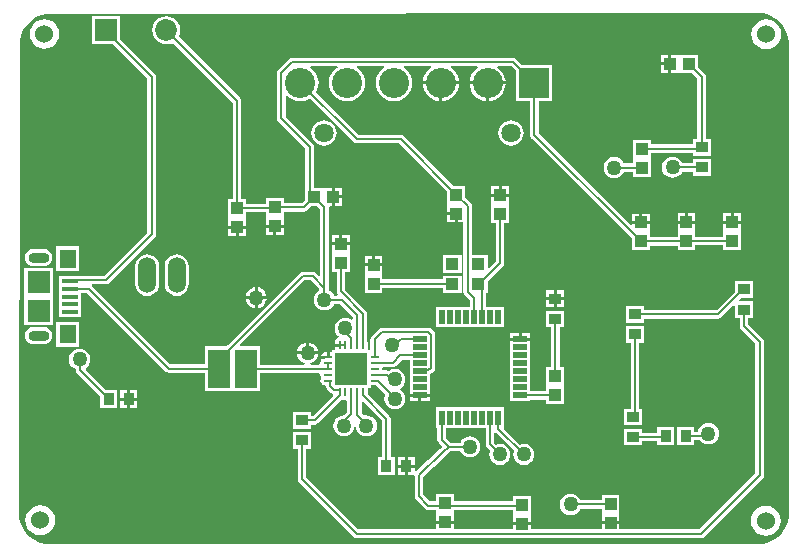
<source format=gtl>
G04*
G04 #@! TF.GenerationSoftware,Altium Limited,Altium Designer,19.1.5 (86)*
G04*
G04 Layer_Physical_Order=1*
G04 Layer_Color=255*
%FSLAX25Y25*%
%MOIN*%
G70*
G01*
G75*
%ADD15R,0.07284X0.12992*%
%ADD16R,0.03937X0.03937*%
%ADD17R,0.03937X0.03937*%
%ADD18R,0.03937X0.03543*%
%ADD19R,0.03543X0.03937*%
%ADD20R,0.10827X0.10827*%
%ADD21O,0.03150X0.00984*%
%ADD22O,0.00984X0.03150*%
%ADD23R,0.07480X0.07480*%
%ADD24R,0.05512X0.06299*%
%ADD25R,0.05315X0.01575*%
%ADD26R,0.04724X0.01968*%
%ADD27R,0.01968X0.04724*%
%ADD28R,0.04331X0.03858*%
%ADD53C,0.00800*%
%ADD54O,0.05937X0.11874*%
%ADD55C,0.06417*%
%ADD56R,0.10039X0.10039*%
%ADD57C,0.10039*%
%ADD58R,0.07284X0.07284*%
%ADD59C,0.07284*%
%ADD60O,0.07087X0.03543*%
%ADD61C,0.01968*%
%ADD62C,0.06000*%
%ADD63C,0.05000*%
G36*
X247656Y177059D02*
X248993Y176728D01*
X250274Y176226D01*
X251479Y175560D01*
X252587Y174743D01*
X253579Y173789D01*
X254438Y172713D01*
X255149Y171534D01*
X255700Y170272D01*
X256081Y168949D01*
X256287Y167588D01*
X256300Y166900D01*
X256300Y166900D01*
X256300Y166900D01*
X256300Y10300D01*
X256300Y9315D01*
X255916Y7383D01*
X255162Y5563D01*
X254067Y3925D01*
X252675Y2533D01*
X251037Y1438D01*
X249217Y684D01*
X247285Y300D01*
X246300Y300D01*
X9800D01*
X8815Y300D01*
X6883Y684D01*
X5063Y1438D01*
X3425Y2533D01*
X2032Y3925D01*
X938Y5563D01*
X184Y7383D01*
X-200Y9315D01*
X-200Y10300D01*
Y27200D01*
X0Y134900D01*
Y166900D01*
X-0Y167885D01*
X384Y169817D01*
X1138Y171637D01*
X2232Y173275D01*
X3625Y174668D01*
X5263Y175762D01*
X7083Y176516D01*
X9015Y176900D01*
X10000Y176900D01*
X10000Y176900D01*
X245600Y177200D01*
X246288Y177213D01*
X247656Y177059D01*
D02*
G37*
%LPC*%
G36*
X8200Y175180D02*
X6911Y175010D01*
X5710Y174513D01*
X4679Y173721D01*
X3887Y172690D01*
X3390Y171489D01*
X3220Y170200D01*
X3390Y168911D01*
X3887Y167710D01*
X4679Y166679D01*
X5710Y165887D01*
X6911Y165390D01*
X8200Y165220D01*
X9489Y165390D01*
X10690Y165887D01*
X11721Y166679D01*
X12513Y167710D01*
X13010Y168911D01*
X13180Y170200D01*
X13010Y171489D01*
X12513Y172690D01*
X11721Y173721D01*
X10690Y174513D01*
X9489Y175010D01*
X8200Y175180D01*
D02*
G37*
G36*
X248800Y175080D02*
X247511Y174910D01*
X246310Y174413D01*
X245279Y173621D01*
X244488Y172590D01*
X243990Y171389D01*
X243820Y170100D01*
X243990Y168811D01*
X244488Y167610D01*
X245279Y166579D01*
X246310Y165787D01*
X247511Y165290D01*
X248800Y165120D01*
X250089Y165290D01*
X251290Y165787D01*
X252321Y166579D01*
X253113Y167610D01*
X253610Y168811D01*
X253780Y170100D01*
X253610Y171389D01*
X253113Y172590D01*
X252321Y173621D01*
X251290Y174413D01*
X250089Y174910D01*
X248800Y175080D01*
D02*
G37*
G36*
X216150Y163268D02*
X213682D01*
Y160800D01*
X216150D01*
Y163268D01*
D02*
G37*
G36*
Y159800D02*
X213682D01*
Y157332D01*
X216150D01*
Y159800D01*
D02*
G37*
G36*
X155409Y153400D02*
X149910D01*
X149977Y152720D01*
X150321Y151585D01*
X150880Y150540D01*
X151632Y149623D01*
X152549Y148871D01*
X153595Y148312D01*
X154729Y147967D01*
X155409Y147900D01*
Y153400D01*
D02*
G37*
G36*
X146318D02*
X140819D01*
Y147900D01*
X141499Y147967D01*
X142634Y148312D01*
X143679Y148871D01*
X144596Y149623D01*
X145348Y150540D01*
X145907Y151585D01*
X146251Y152720D01*
X146318Y153400D01*
D02*
G37*
G36*
X139819D02*
X134319D01*
X134386Y152720D01*
X134731Y151585D01*
X135290Y150540D01*
X136042Y149623D01*
X136958Y148871D01*
X138004Y148312D01*
X139139Y147967D01*
X139819Y147900D01*
Y153400D01*
D02*
G37*
G36*
X161909D02*
X156409D01*
Y147900D01*
X157089Y147967D01*
X158224Y148312D01*
X159270Y148871D01*
X160187Y149623D01*
X160939Y150540D01*
X161498Y151585D01*
X161842Y152720D01*
X161909Y153400D01*
D02*
G37*
G36*
X219981Y163268D02*
X219619D01*
X219481Y163268D01*
X217150D01*
Y160300D01*
Y157332D01*
X219481D01*
X219619Y157332D01*
X219981D01*
X220119Y157332D01*
X223899D01*
X225873Y155358D01*
Y135218D01*
X224331D01*
Y133377D01*
X210268D01*
Y134918D01*
X204331D01*
Y129119D01*
X204331Y128981D01*
Y128619D01*
X204331Y128481D01*
Y127127D01*
X201297D01*
X201157Y127465D01*
X200596Y128196D01*
X199865Y128757D01*
X199014Y129110D01*
X198100Y129230D01*
X197186Y129110D01*
X196335Y128757D01*
X195604Y128196D01*
X195043Y127465D01*
X194690Y126614D01*
X194570Y125700D01*
X194690Y124786D01*
X195043Y123935D01*
X195604Y123204D01*
X196335Y122643D01*
X197186Y122290D01*
X198100Y122170D01*
X199014Y122290D01*
X199865Y122643D01*
X200596Y123204D01*
X201157Y123935D01*
X201297Y124273D01*
X204331D01*
Y122682D01*
X210268D01*
Y128481D01*
X210268Y128619D01*
Y128981D01*
X210268Y129119D01*
Y130522D01*
X224331D01*
Y129675D01*
X230269D01*
Y135218D01*
X228727D01*
Y155950D01*
X228727Y155950D01*
X228619Y156496D01*
X228309Y156959D01*
X225918Y159350D01*
Y163268D01*
X220119D01*
X219981Y163268D01*
D02*
G37*
G36*
X163705Y141452D02*
X162606Y141307D01*
X161582Y140883D01*
X160703Y140209D01*
X160029Y139330D01*
X159604Y138306D01*
X159460Y137207D01*
X159604Y136108D01*
X160029Y135085D01*
X160703Y134205D01*
X161582Y133531D01*
X162606Y133107D01*
X163705Y132962D01*
X164803Y133107D01*
X165827Y133531D01*
X166706Y134205D01*
X167381Y135085D01*
X167805Y136108D01*
X167950Y137207D01*
X167805Y138306D01*
X167381Y139330D01*
X166706Y140209D01*
X165827Y140883D01*
X164803Y141307D01*
X163705Y141452D01*
D02*
G37*
G36*
X101342D02*
X100244Y141307D01*
X99220Y140883D01*
X98341Y140209D01*
X97666Y139330D01*
X97242Y138306D01*
X97097Y137207D01*
X97242Y136108D01*
X97666Y135085D01*
X98341Y134205D01*
X99220Y133531D01*
X100244Y133107D01*
X101342Y132962D01*
X102441Y133107D01*
X103465Y133531D01*
X104344Y134205D01*
X105019Y135085D01*
X105443Y136108D01*
X105587Y137207D01*
X105443Y138306D01*
X105019Y139330D01*
X104344Y140209D01*
X103465Y140883D01*
X102441Y141307D01*
X101342Y141452D01*
D02*
G37*
G36*
X217600Y129330D02*
X216686Y129210D01*
X215835Y128857D01*
X215104Y128296D01*
X214543Y127565D01*
X214190Y126714D01*
X214070Y125800D01*
X214190Y124886D01*
X214543Y124035D01*
X215104Y123304D01*
X215835Y122743D01*
X216686Y122390D01*
X217600Y122270D01*
X218514Y122390D01*
X219365Y122743D01*
X220096Y123304D01*
X220657Y124035D01*
X220797Y124373D01*
X224331D01*
Y122982D01*
X230269D01*
Y128525D01*
X224331D01*
Y127227D01*
X220797D01*
X220657Y127565D01*
X220096Y128296D01*
X219365Y128857D01*
X218514Y129210D01*
X217600Y129330D01*
D02*
G37*
G36*
X163068Y119418D02*
X160600D01*
Y116950D01*
X163068D01*
Y119418D01*
D02*
G37*
G36*
X159600D02*
X157132D01*
Y116950D01*
X159600D01*
Y119418D01*
D02*
G37*
G36*
X107418Y118869D02*
X104950D01*
Y116400D01*
X107418D01*
Y118869D01*
D02*
G37*
G36*
Y115400D02*
X104950D01*
Y112932D01*
X107418D01*
Y115400D01*
D02*
G37*
G36*
X240469Y110418D02*
X238000D01*
Y107950D01*
X240469D01*
Y110418D01*
D02*
G37*
G36*
X237000D02*
X234531D01*
Y107950D01*
X237000D01*
Y110418D01*
D02*
G37*
G36*
X225168Y110418D02*
X222700D01*
Y107950D01*
X225168D01*
Y110418D01*
D02*
G37*
G36*
X221700D02*
X219232D01*
Y107950D01*
X221700D01*
Y110418D01*
D02*
G37*
G36*
X209968Y110368D02*
X207500D01*
Y107899D01*
X209968D01*
Y110368D01*
D02*
G37*
G36*
X206500D02*
X204031D01*
Y107899D01*
X206500D01*
Y110368D01*
D02*
G37*
G36*
X145000Y109850D02*
X142532D01*
Y107382D01*
X145000D01*
Y109850D01*
D02*
G37*
G36*
X87968Y105650D02*
X85500D01*
Y103182D01*
X87968D01*
Y105650D01*
D02*
G37*
G36*
X84500D02*
X82032D01*
Y103182D01*
X84500D01*
Y105650D01*
D02*
G37*
G36*
X75368Y105350D02*
X72900D01*
Y102882D01*
X75368D01*
Y105350D01*
D02*
G37*
G36*
X71900D02*
X69432D01*
Y102882D01*
X71900D01*
Y105350D01*
D02*
G37*
G36*
X109968Y103218D02*
X107500D01*
Y100750D01*
X109968D01*
Y103218D01*
D02*
G37*
G36*
X106500D02*
X104032D01*
Y100750D01*
X106500D01*
Y103218D01*
D02*
G37*
G36*
X120869Y96218D02*
X118400D01*
Y93750D01*
X120869D01*
Y96218D01*
D02*
G37*
G36*
X117400D02*
X114931D01*
Y93750D01*
X117400D01*
Y96218D01*
D02*
G37*
G36*
X8040Y98488D02*
X4497D01*
X3773Y98392D01*
X3099Y98113D01*
X2520Y97669D01*
X2076Y97090D01*
X1797Y96416D01*
X1701Y95692D01*
X1797Y94969D01*
X2076Y94294D01*
X2520Y93715D01*
X3099Y93271D01*
X3773Y92992D01*
X4497Y92897D01*
X8040D01*
X8764Y92992D01*
X9438Y93271D01*
X10017Y93715D01*
X10461Y94294D01*
X10740Y94969D01*
X10836Y95692D01*
X10740Y96416D01*
X10461Y97090D01*
X10017Y97669D01*
X9438Y98113D01*
X8764Y98392D01*
X8040Y98488D01*
D02*
G37*
G36*
X19670Y99448D02*
X12158D01*
Y91149D01*
X19670D01*
Y99448D01*
D02*
G37*
G36*
X147335Y96376D02*
X141004D01*
Y90517D01*
X147335D01*
Y96376D01*
D02*
G37*
G36*
X48800Y176182D02*
X47588Y176022D01*
X46459Y175555D01*
X45489Y174811D01*
X44745Y173841D01*
X44278Y172712D01*
X44118Y171500D01*
X44278Y170288D01*
X44745Y169159D01*
X45489Y168190D01*
X46459Y167446D01*
X47588Y166978D01*
X48800Y166818D01*
X50012Y166978D01*
X50925Y167356D01*
X70973Y147309D01*
Y115118D01*
X69432D01*
Y109319D01*
X69432Y109181D01*
Y108819D01*
X69432Y108681D01*
Y106350D01*
X75368D01*
Y108681D01*
X75368Y108819D01*
Y109181D01*
X75368Y109319D01*
Y110722D01*
X82032D01*
Y109619D01*
X82032Y109481D01*
Y109119D01*
X82032Y108981D01*
Y106650D01*
X87968D01*
Y108981D01*
X87968Y109119D01*
Y109481D01*
X87968Y109619D01*
Y111022D01*
X94700D01*
X94700Y111022D01*
X95246Y111131D01*
X95709Y111440D01*
X97201Y112932D01*
X99100D01*
X100073Y111959D01*
Y89699D01*
X99611Y89508D01*
X98609Y90509D01*
X98146Y90819D01*
X97600Y90927D01*
X97600Y90927D01*
X94282D01*
X94282Y90927D01*
X93736Y90819D01*
X93273Y90509D01*
X69449Y66685D01*
X69426Y66651D01*
X68871Y66096D01*
X61606D01*
Y60127D01*
X50191D01*
X24050Y86268D01*
X24036Y86278D01*
X24187Y86778D01*
X28705D01*
X28705Y86778D01*
X29252Y86887D01*
X29715Y87196D01*
X44909Y102391D01*
X44909Y102391D01*
X45219Y102854D01*
X45327Y103400D01*
Y155900D01*
X45327Y155900D01*
X45219Y156446D01*
X44909Y156909D01*
X44909Y156909D01*
X33442Y168377D01*
Y176142D01*
X24158D01*
Y166858D01*
X30923D01*
X42473Y155309D01*
Y103991D01*
X28114Y89633D01*
X19058D01*
X19058Y89633D01*
X18920Y89605D01*
X13142D01*
Y86031D01*
Y83472D01*
Y80913D01*
Y78354D01*
Y75795D01*
X20458D01*
Y78354D01*
Y80913D01*
Y83832D01*
X22450D01*
X48591Y57691D01*
X48591Y57691D01*
X49054Y57381D01*
X49600Y57273D01*
X61606D01*
Y51104D01*
X80142D01*
Y57173D01*
X99834D01*
X100151Y56786D01*
X100120Y56631D01*
X100236Y56049D01*
X100505Y55647D01*
X100236Y55245D01*
X100120Y54663D01*
X100236Y54081D01*
X100566Y53587D01*
X101059Y53257D01*
X101476Y53175D01*
X101895Y52971D01*
X102004Y52425D01*
X102313Y51961D01*
X103861Y50413D01*
X103861Y50413D01*
X104249Y50154D01*
X104417Y49614D01*
X97676Y42874D01*
X96969D01*
Y44218D01*
X91031D01*
Y38675D01*
X96969D01*
Y40019D01*
X98268D01*
X98268Y40019D01*
X98814Y40128D01*
X99277Y40437D01*
X107238Y48399D01*
X107547Y48605D01*
X107949Y48336D01*
X108531Y48220D01*
X108686Y48251D01*
X109073Y47934D01*
Y44191D01*
X108010Y43129D01*
X108000Y43130D01*
X107086Y43010D01*
X106235Y42657D01*
X105504Y42096D01*
X104943Y41365D01*
X104590Y40514D01*
X104470Y39600D01*
X104590Y38686D01*
X104943Y37835D01*
X105504Y37104D01*
X106235Y36543D01*
X107086Y36190D01*
X108000Y36070D01*
X108914Y36190D01*
X109765Y36543D01*
X110496Y37104D01*
X111057Y37835D01*
X111410Y38686D01*
X111497Y39346D01*
X111498Y39354D01*
X112002D01*
X112003Y39346D01*
X112090Y38686D01*
X112443Y37835D01*
X113004Y37104D01*
X113735Y36543D01*
X114586Y36190D01*
X115500Y36070D01*
X116414Y36190D01*
X117265Y36543D01*
X117996Y37104D01*
X118557Y37835D01*
X118910Y38686D01*
X119030Y39600D01*
X118910Y40514D01*
X118557Y41365D01*
X117996Y42096D01*
X117265Y42657D01*
X116414Y43010D01*
X115500Y43130D01*
X114727Y43028D01*
X113896Y43859D01*
Y47611D01*
X114358Y47802D01*
X120726Y41434D01*
Y29068D01*
X119382D01*
Y23132D01*
X124925D01*
Y29068D01*
X123581D01*
Y42025D01*
X123581Y42025D01*
X123472Y42571D01*
X123163Y43035D01*
X123163Y43035D01*
X115958Y50239D01*
Y51907D01*
X116188Y52187D01*
X116913D01*
Y52912D01*
X117193Y53142D01*
X118811D01*
X121839Y50114D01*
X121590Y49514D01*
X121470Y48600D01*
X121590Y47686D01*
X121943Y46835D01*
X122504Y46104D01*
X123235Y45543D01*
X124086Y45190D01*
X125000Y45070D01*
X125914Y45190D01*
X126765Y45543D01*
X127496Y46104D01*
X128057Y46835D01*
X128410Y47686D01*
X128530Y48600D01*
X128410Y49514D01*
X128057Y50365D01*
X127496Y51096D01*
X126897Y51556D01*
X126855Y51712D01*
Y51988D01*
X126897Y52144D01*
X127496Y52604D01*
X128057Y53335D01*
X128410Y54186D01*
X128530Y55100D01*
X128410Y56014D01*
X128057Y56865D01*
X127496Y57596D01*
X126765Y58157D01*
X125914Y58510D01*
X125000Y58630D01*
X124086Y58510D01*
X123235Y58157D01*
X122925Y57919D01*
X122878Y57950D01*
X122332Y58059D01*
X122332Y58059D01*
X121166D01*
X120849Y58445D01*
X120880Y58600D01*
X120849Y58755D01*
X121166Y59141D01*
X124230D01*
X124230Y59141D01*
X124776Y59250D01*
X125239Y59559D01*
X127368Y61688D01*
X129905D01*
Y58454D01*
Y55777D01*
Y53100D01*
Y50423D01*
Y50230D01*
X133268D01*
X136630D01*
Y50423D01*
Y53100D01*
Y56710D01*
X136756Y56736D01*
X137219Y57045D01*
X138039Y57865D01*
X138039Y57865D01*
X138349Y58328D01*
X138457Y58874D01*
X138457Y58874D01*
Y70034D01*
X138457Y70034D01*
X138349Y70581D01*
X138039Y71044D01*
X138039Y71044D01*
X137219Y71864D01*
X136756Y72173D01*
X136210Y72282D01*
X136210Y72282D01*
X120754D01*
X120754Y72282D01*
X120208Y72173D01*
X119745Y71864D01*
X119745Y71864D01*
X117266Y69385D01*
X116957Y68922D01*
X116848Y68376D01*
X116848Y68375D01*
Y65013D01*
X116188D01*
X115958Y65293D01*
Y67458D01*
X115864Y67930D01*
Y77011D01*
X115865Y77011D01*
X115756Y77557D01*
X115446Y78020D01*
X108427Y85039D01*
Y90982D01*
X109968D01*
Y96781D01*
X109968Y96919D01*
Y97281D01*
X109968Y97419D01*
Y99750D01*
X104032D01*
Y97419D01*
X104032Y97281D01*
Y96919D01*
X104032Y96781D01*
Y90982D01*
X105573D01*
Y84448D01*
X105573Y84448D01*
X105681Y83902D01*
X105931Y83527D01*
X105774Y83027D01*
X104697D01*
X104557Y83365D01*
X103996Y84096D01*
X103265Y84657D01*
X102927Y84797D01*
Y85600D01*
Y112550D01*
X102927Y112550D01*
X103240Y112932D01*
X103950D01*
Y115900D01*
Y118869D01*
X101481D01*
X101481Y118869D01*
X101119D01*
Y118869D01*
X100981Y118869D01*
X98009D01*
Y132621D01*
X98009Y132621D01*
X97901Y133167D01*
X97591Y133630D01*
X97591Y133630D01*
X88555Y142666D01*
Y149752D01*
X89026Y149921D01*
X89270Y149623D01*
X90187Y148871D01*
X91233Y148312D01*
X92367Y147967D01*
X93547Y147851D01*
X94727Y147967D01*
X95862Y148312D01*
X96680Y148749D01*
X111263Y134166D01*
X111263Y134166D01*
X111726Y133856D01*
X112272Y133748D01*
X112272Y133748D01*
X126383D01*
X142532Y117599D01*
Y113819D01*
X142532Y113681D01*
X142532D01*
Y113319D01*
X142532D01*
Y110850D01*
X145500D01*
Y110350D01*
X146000D01*
Y107382D01*
X147838D01*
Y84245D01*
X147838Y84245D01*
X147947Y83698D01*
X148256Y83235D01*
X149911Y81580D01*
Y79194D01*
X138646D01*
Y72470D01*
X161354D01*
Y79194D01*
X155443D01*
Y83824D01*
X155996D01*
Y87664D01*
X161109Y92777D01*
X161109Y92777D01*
X161419Y93240D01*
X161527Y93787D01*
Y107182D01*
X163068D01*
Y112981D01*
X163068Y113119D01*
Y113481D01*
X163068Y113619D01*
Y115950D01*
X160100D01*
X157132D01*
Y113619D01*
X157132Y113481D01*
Y113119D01*
X157132Y112981D01*
Y107182D01*
X158673D01*
Y94378D01*
X156458Y92163D01*
X155996Y92355D01*
Y96376D01*
X150693D01*
Y112884D01*
X150693Y112884D01*
X150584Y113431D01*
X150275Y113894D01*
X150275Y113894D01*
X148468Y115700D01*
Y119618D01*
X144550D01*
X127984Y136185D01*
X127521Y136494D01*
X126974Y136603D01*
X126974Y136603D01*
X112863D01*
X98699Y150767D01*
X99136Y151585D01*
X99480Y152720D01*
X99596Y153900D01*
X99480Y155080D01*
X99136Y156215D01*
X98577Y157261D01*
X97824Y158177D01*
X96908Y158929D01*
X96799Y158988D01*
X96921Y159473D01*
X105765D01*
X105886Y158988D01*
X105777Y158929D01*
X104861Y158177D01*
X104108Y157261D01*
X103549Y156215D01*
X103205Y155080D01*
X103089Y153900D01*
X103205Y152720D01*
X103549Y151585D01*
X104108Y150540D01*
X104861Y149623D01*
X105777Y148871D01*
X106823Y148312D01*
X107958Y147967D01*
X109138Y147851D01*
X110318Y147967D01*
X111453Y148312D01*
X112498Y148871D01*
X113415Y149623D01*
X114167Y150540D01*
X114726Y151585D01*
X115070Y152720D01*
X115187Y153900D01*
X115070Y155080D01*
X114726Y156215D01*
X114167Y157261D01*
X113415Y158177D01*
X112498Y158929D01*
X112390Y158988D01*
X112511Y159473D01*
X121355D01*
X121477Y158988D01*
X121368Y158929D01*
X120451Y158177D01*
X119699Y157261D01*
X119140Y156215D01*
X118796Y155080D01*
X118679Y153900D01*
X118796Y152720D01*
X119140Y151585D01*
X119699Y150540D01*
X120451Y149623D01*
X121368Y148871D01*
X122414Y148312D01*
X123548Y147967D01*
X124728Y147851D01*
X125908Y147967D01*
X127043Y148312D01*
X128089Y148871D01*
X129006Y149623D01*
X129758Y150540D01*
X130317Y151585D01*
X130661Y152720D01*
X130777Y153900D01*
X130661Y155080D01*
X130317Y156215D01*
X129758Y157261D01*
X129006Y158177D01*
X128089Y158929D01*
X127980Y158988D01*
X128102Y159473D01*
X136946D01*
X137067Y158988D01*
X136958Y158929D01*
X136042Y158177D01*
X135290Y157261D01*
X134731Y156215D01*
X134386Y155080D01*
X134319Y154400D01*
X140319D01*
X146318D01*
X146251Y155080D01*
X145907Y156215D01*
X145348Y157261D01*
X144596Y158177D01*
X143679Y158929D01*
X143571Y158988D01*
X143692Y159473D01*
X152536D01*
X152658Y158988D01*
X152549Y158929D01*
X151632Y158177D01*
X150880Y157261D01*
X150321Y156215D01*
X149977Y155080D01*
X149910Y154400D01*
X155909D01*
X161909D01*
X161842Y155080D01*
X161498Y156215D01*
X160939Y157261D01*
X160187Y158177D01*
X159270Y158929D01*
X159161Y158988D01*
X159283Y159473D01*
X163909D01*
X165480Y157901D01*
Y147880D01*
X170073D01*
Y136600D01*
X170073Y136600D01*
X170181Y136054D01*
X170491Y135591D01*
X204031Y102050D01*
Y98132D01*
X209968D01*
Y99673D01*
X219232D01*
Y98182D01*
X225168D01*
Y99723D01*
X234531D01*
Y98182D01*
X240469D01*
Y103981D01*
X240469Y104119D01*
Y104481D01*
X240469Y104619D01*
Y106950D01*
X234531D01*
Y104619D01*
X234531Y104481D01*
Y104119D01*
X234531Y103981D01*
Y102578D01*
X225168D01*
Y103981D01*
X225168Y104119D01*
Y104481D01*
X225168Y104619D01*
Y106950D01*
X222200D01*
X219232D01*
Y104619D01*
X219232Y104481D01*
Y104119D01*
X219232Y103981D01*
Y102527D01*
X209968D01*
Y103931D01*
X209968Y104069D01*
X209968D01*
Y104431D01*
X209968D01*
Y106899D01*
X207000D01*
X204031D01*
Y106740D01*
X203570Y106549D01*
X172927Y137191D01*
Y147880D01*
X177520D01*
Y159920D01*
X167499D01*
X165509Y161909D01*
X165046Y162219D01*
X164500Y162327D01*
X164500Y162327D01*
X90800D01*
X90800Y162327D01*
X90254Y162219D01*
X89791Y161909D01*
X89791Y161909D01*
X86118Y158237D01*
X85809Y157774D01*
X85700Y157228D01*
X85700Y157228D01*
Y142075D01*
X85700Y142075D01*
X85809Y141529D01*
X86118Y141066D01*
X95155Y132030D01*
Y117469D01*
X95154Y117469D01*
X95182Y117331D01*
Y114950D01*
X94109Y113877D01*
X87968D01*
Y115418D01*
X82032D01*
Y113577D01*
X75368D01*
Y115118D01*
X73827D01*
Y147900D01*
X73827Y147900D01*
X73719Y148446D01*
X73409Y148909D01*
X52944Y169375D01*
X53322Y170288D01*
X53482Y171500D01*
X53322Y172712D01*
X52855Y173841D01*
X52110Y174811D01*
X51141Y175555D01*
X50012Y176022D01*
X48800Y176182D01*
D02*
G37*
G36*
X120869Y92750D02*
X117900D01*
X114931D01*
Y90419D01*
X114931Y90281D01*
Y89919D01*
X114931Y89781D01*
Y83982D01*
X120869D01*
Y85523D01*
X141004D01*
Y83824D01*
X147335D01*
Y89683D01*
X141004D01*
Y88378D01*
X120869D01*
Y89781D01*
X120869Y89919D01*
Y90281D01*
X120869Y90419D01*
Y92750D01*
D02*
G37*
G36*
X52321Y96838D02*
X51285Y96702D01*
X50320Y96302D01*
X49491Y95666D01*
X48855Y94837D01*
X48455Y93871D01*
X48318Y92835D01*
Y86898D01*
X48455Y85862D01*
X48855Y84897D01*
X49491Y84068D01*
X50320Y83432D01*
X51285Y83032D01*
X52321Y82896D01*
X53357Y83032D01*
X54323Y83432D01*
X55152Y84068D01*
X55788Y84897D01*
X56188Y85862D01*
X56324Y86898D01*
Y92835D01*
X56188Y93871D01*
X55788Y94837D01*
X55152Y95666D01*
X54323Y96302D01*
X53357Y96702D01*
X52321Y96838D01*
D02*
G37*
G36*
X42479D02*
X41443Y96702D01*
X40477Y96302D01*
X39648Y95666D01*
X39012Y94837D01*
X38612Y93871D01*
X38476Y92835D01*
Y86898D01*
X38612Y85862D01*
X39012Y84897D01*
X39648Y84068D01*
X40477Y83432D01*
X41443Y83032D01*
X42479Y82896D01*
X43515Y83032D01*
X44480Y83432D01*
X45309Y84068D01*
X45945Y84897D01*
X46345Y85862D01*
X46481Y86898D01*
Y92835D01*
X46345Y93871D01*
X45945Y94837D01*
X45309Y95666D01*
X44480Y96302D01*
X43515Y96702D01*
X42479Y96838D01*
D02*
G37*
G36*
X79300Y85764D02*
Y82800D01*
X82264D01*
X82210Y83214D01*
X81857Y84065D01*
X81296Y84796D01*
X80565Y85357D01*
X79714Y85710D01*
X79300Y85764D01*
D02*
G37*
G36*
X78300D02*
X77886Y85710D01*
X77035Y85357D01*
X76304Y84796D01*
X75743Y84065D01*
X75390Y83214D01*
X75336Y82800D01*
X78300D01*
Y85764D01*
D02*
G37*
G36*
X181468Y84718D02*
X179000D01*
Y82446D01*
X181468D01*
Y84718D01*
D02*
G37*
G36*
X178000D02*
X175531D01*
Y82446D01*
X178000D01*
Y84718D01*
D02*
G37*
G36*
X181468Y81446D02*
X179000D01*
Y79175D01*
X181468D01*
Y81446D01*
D02*
G37*
G36*
X178000D02*
X175531D01*
Y79175D01*
X178000D01*
Y81446D01*
D02*
G37*
G36*
X82264Y81800D02*
X79300D01*
Y78836D01*
X79714Y78890D01*
X80565Y79243D01*
X81296Y79804D01*
X81857Y80535D01*
X82210Y81386D01*
X82264Y81800D01*
D02*
G37*
G36*
X78300D02*
X75336D01*
X75390Y81386D01*
X75743Y80535D01*
X76304Y79804D01*
X77035Y79243D01*
X77886Y78890D01*
X78300Y78836D01*
Y81800D01*
D02*
G37*
G36*
X11009Y92165D02*
X1528D01*
Y82684D01*
Y73235D01*
X11009D01*
Y82684D01*
Y92165D01*
D02*
G37*
G36*
X170095Y70454D02*
X167232D01*
Y68970D01*
X170095D01*
Y70454D01*
D02*
G37*
G36*
X166232D02*
X163370D01*
Y68970D01*
X166232D01*
Y70454D01*
D02*
G37*
G36*
X8040Y72503D02*
X4497D01*
X3773Y72408D01*
X3099Y72129D01*
X2520Y71685D01*
X2076Y71106D01*
X1797Y70431D01*
X1701Y69708D01*
X1797Y68984D01*
X2076Y68310D01*
X2520Y67731D01*
X3099Y67287D01*
X3773Y67008D01*
X4497Y66912D01*
X8040D01*
X8764Y67008D01*
X9438Y67287D01*
X10017Y67731D01*
X10461Y68310D01*
X10740Y68984D01*
X10836Y69708D01*
X10740Y70431D01*
X10461Y71106D01*
X10017Y71685D01*
X9438Y72129D01*
X8764Y72408D01*
X8040Y72503D01*
D02*
G37*
G36*
X19670Y74251D02*
X12158D01*
Y65952D01*
X19670D01*
Y74251D01*
D02*
G37*
G36*
X181468Y78025D02*
X175531D01*
Y72482D01*
X177073D01*
Y59218D01*
X175531D01*
Y53419D01*
X175531Y53281D01*
Y52919D01*
X175531Y52781D01*
Y51157D01*
X170095D01*
Y55777D01*
Y58454D01*
Y61132D01*
Y63809D01*
Y66486D01*
Y67970D01*
X166732D01*
X163370D01*
Y66486D01*
Y63809D01*
Y61132D01*
Y58454D01*
Y55777D01*
Y53100D01*
Y50423D01*
Y47746D01*
X170095D01*
Y48303D01*
X175531D01*
Y46982D01*
X181468D01*
Y52781D01*
X181468Y52919D01*
Y53281D01*
X181468Y53419D01*
Y59218D01*
X179927D01*
Y72482D01*
X181468D01*
Y78025D01*
D02*
G37*
G36*
X39018Y51468D02*
X36746D01*
Y49000D01*
X39018D01*
Y51468D01*
D02*
G37*
G36*
X35746D02*
X33475D01*
Y49000D01*
X35746D01*
Y51468D01*
D02*
G37*
G36*
X136630Y49230D02*
X133768D01*
Y47746D01*
X136630D01*
Y49230D01*
D02*
G37*
G36*
X132768D02*
X129905D01*
Y47746D01*
X132768D01*
Y49230D01*
D02*
G37*
G36*
X39018Y48000D02*
X36746D01*
Y45531D01*
X39018D01*
Y48000D01*
D02*
G37*
G36*
X35746D02*
X33475D01*
Y45531D01*
X35746D01*
Y48000D01*
D02*
G37*
G36*
X19900Y65330D02*
X18986Y65210D01*
X18135Y64857D01*
X17404Y64296D01*
X16843Y63565D01*
X16490Y62714D01*
X16370Y61800D01*
X16490Y60886D01*
X16843Y60035D01*
X17404Y59304D01*
X18135Y58743D01*
X18723Y58499D01*
Y58100D01*
X18723Y58100D01*
X18832Y57554D01*
X19141Y57091D01*
X26782Y49450D01*
Y45531D01*
X32325D01*
Y51468D01*
X28801D01*
X21933Y58336D01*
X21987Y58990D01*
X22396Y59304D01*
X22957Y60035D01*
X23310Y60886D01*
X23430Y61800D01*
X23310Y62714D01*
X22957Y63565D01*
X22396Y64296D01*
X21665Y64857D01*
X20814Y65210D01*
X19900Y65330D01*
D02*
G37*
G36*
X207968Y72872D02*
X202031D01*
Y67328D01*
X203573D01*
Y45365D01*
X201532D01*
Y39821D01*
X207469D01*
Y45365D01*
X206427D01*
Y67328D01*
X207968D01*
Y72872D01*
D02*
G37*
G36*
X229500Y40530D02*
X228586Y40410D01*
X227735Y40057D01*
X227004Y39496D01*
X226443Y38765D01*
X226090Y37914D01*
X226052Y37627D01*
X224718D01*
Y39169D01*
X219175D01*
Y33231D01*
X224718D01*
Y34773D01*
X226798D01*
X227004Y34504D01*
X227735Y33943D01*
X228586Y33590D01*
X229500Y33470D01*
X230414Y33590D01*
X231265Y33943D01*
X231996Y34504D01*
X232557Y35235D01*
X232910Y36086D01*
X233030Y37000D01*
X232910Y37914D01*
X232557Y38765D01*
X231996Y39496D01*
X231265Y40057D01*
X230414Y40410D01*
X229500Y40530D01*
D02*
G37*
G36*
X218025Y39169D02*
X212482D01*
Y37327D01*
X207469D01*
Y38672D01*
X201532D01*
Y33128D01*
X207469D01*
Y34473D01*
X212482D01*
Y33231D01*
X218025D01*
Y39169D01*
D02*
G37*
G36*
X131618Y29068D02*
X129346D01*
Y26600D01*
X131618D01*
Y29068D01*
D02*
G37*
G36*
X128346D02*
X126075D01*
Y26600D01*
X128346D01*
Y29068D01*
D02*
G37*
G36*
X161354Y45730D02*
X138646D01*
Y39006D01*
X139202D01*
Y34970D01*
X139202Y34970D01*
X139311Y34424D01*
X139621Y33961D01*
X140981Y32600D01*
X140144Y31763D01*
X132118Y24450D01*
X131816Y24521D01*
X131618Y24649D01*
Y25600D01*
X129346D01*
Y23132D01*
X131429D01*
Y23132D01*
X131573Y22663D01*
Y16100D01*
X131573Y16100D01*
X131681Y15554D01*
X131991Y15091D01*
X135091Y11991D01*
X135091Y11991D01*
X135554Y11681D01*
X136100Y11573D01*
X136100Y11573D01*
X138631D01*
Y10919D01*
X138631Y10781D01*
Y10419D01*
X138631Y10281D01*
Y7950D01*
X141600D01*
X144569D01*
Y10281D01*
X144569Y10419D01*
Y10781D01*
X144569Y10919D01*
Y11573D01*
X164532D01*
Y10469D01*
X164532Y10331D01*
Y9968D01*
X164532Y9831D01*
Y7500D01*
X170468D01*
Y9831D01*
X170468Y9968D01*
Y10331D01*
X170468Y10469D01*
Y16268D01*
X164532D01*
Y14427D01*
X144569D01*
Y16718D01*
X138631D01*
Y14427D01*
X136691D01*
X134427Y16691D01*
Y22692D01*
X142091Y29675D01*
X142111Y29702D01*
X142139Y29721D01*
X143591Y31173D01*
X146803D01*
X146943Y30835D01*
X147504Y30104D01*
X148235Y29543D01*
X149086Y29190D01*
X150000Y29070D01*
X150914Y29190D01*
X151765Y29543D01*
X152496Y30104D01*
X153057Y30835D01*
X153410Y31686D01*
X153530Y32600D01*
X153410Y33514D01*
X153057Y34365D01*
X152496Y35096D01*
X151765Y35657D01*
X150914Y36010D01*
X150000Y36130D01*
X149086Y36010D01*
X148235Y35657D01*
X147504Y35096D01*
X146943Y34365D01*
X146803Y34027D01*
X143591D01*
X142057Y35561D01*
Y39006D01*
X155265D01*
Y33407D01*
X155265Y33407D01*
X155374Y32861D01*
X155684Y32398D01*
X156730Y31351D01*
X156590Y31014D01*
X156470Y30100D01*
X156590Y29186D01*
X156943Y28335D01*
X157504Y27604D01*
X158235Y27043D01*
X159086Y26690D01*
X160000Y26570D01*
X160914Y26690D01*
X161765Y27043D01*
X162496Y27604D01*
X163057Y28335D01*
X163410Y29186D01*
X163530Y30100D01*
X163410Y31014D01*
X163057Y31865D01*
X162496Y32596D01*
X161765Y33157D01*
X160914Y33510D01*
X160000Y33630D01*
X159086Y33510D01*
X158749Y33370D01*
X158120Y33998D01*
Y37254D01*
X158620Y37461D01*
X164730Y31351D01*
X164590Y31014D01*
X164470Y30100D01*
X164590Y29186D01*
X164943Y28335D01*
X165504Y27604D01*
X166235Y27043D01*
X167086Y26690D01*
X168000Y26570D01*
X168914Y26690D01*
X169765Y27043D01*
X170496Y27604D01*
X171057Y28335D01*
X171410Y29186D01*
X171530Y30100D01*
X171410Y31014D01*
X171057Y31865D01*
X170496Y32596D01*
X169765Y33157D01*
X168914Y33510D01*
X168000Y33630D01*
X167086Y33510D01*
X166749Y33370D01*
X161544Y38575D01*
X161354Y39006D01*
X161354D01*
X161354Y39006D01*
Y45730D01*
D02*
G37*
G36*
X128346Y25600D02*
X126075D01*
Y23132D01*
X128346D01*
Y25600D01*
D02*
G37*
G36*
X183600Y16930D02*
X182686Y16810D01*
X181835Y16457D01*
X181104Y15896D01*
X180543Y15165D01*
X180190Y14314D01*
X180070Y13400D01*
X180190Y12486D01*
X180543Y11635D01*
X181104Y10904D01*
X181835Y10343D01*
X182686Y9990D01*
X183600Y9870D01*
X184514Y9990D01*
X185365Y10343D01*
X186096Y10904D01*
X186657Y11635D01*
X186797Y11973D01*
X193931D01*
Y10719D01*
X193931Y10581D01*
Y10219D01*
X193931Y10081D01*
Y7750D01*
X196900D01*
X199869D01*
Y10081D01*
X199869Y10219D01*
Y10581D01*
X199869Y10719D01*
Y16518D01*
X193931D01*
Y14827D01*
X186797D01*
X186657Y15165D01*
X186096Y15896D01*
X185365Y16457D01*
X184514Y16810D01*
X183600Y16930D01*
D02*
G37*
G36*
X244268Y87818D02*
X238332D01*
Y84294D01*
X232258Y78220D01*
X207968D01*
Y79565D01*
X202031D01*
Y74021D01*
X207968D01*
Y75366D01*
X232850D01*
X232850Y75366D01*
X233396Y75474D01*
X233859Y75784D01*
X237870Y79794D01*
X238332Y79603D01*
Y75582D01*
X239923D01*
Y72900D01*
X239923Y72900D01*
X240031Y72354D01*
X240341Y71891D01*
X245173Y67059D01*
Y23791D01*
X226440Y5059D01*
X199869D01*
Y6750D01*
X196900D01*
X193931D01*
Y5059D01*
X170468D01*
Y6500D01*
X164532D01*
Y5059D01*
X144569D01*
Y6950D01*
X141600D01*
X138631D01*
Y5059D01*
X112860D01*
X95427Y22491D01*
Y31982D01*
X96969D01*
Y37525D01*
X91031D01*
Y31982D01*
X92573D01*
Y21900D01*
X92573Y21900D01*
X92681Y21354D01*
X92991Y20891D01*
X111259Y2622D01*
X111259Y2622D01*
X111722Y2313D01*
X112268Y2204D01*
X227031D01*
X227031Y2204D01*
X227578Y2313D01*
X228041Y2622D01*
X247609Y22191D01*
X247609Y22191D01*
X247919Y22654D01*
X248027Y23200D01*
Y67650D01*
X248027Y67650D01*
X247919Y68196D01*
X247609Y68659D01*
X247609Y68659D01*
X242777Y73491D01*
Y75582D01*
X244268D01*
Y81125D01*
X239854D01*
X239663Y81587D01*
X240350Y82275D01*
X244268D01*
Y87818D01*
D02*
G37*
G36*
X6800Y13080D02*
X5511Y12910D01*
X4310Y12412D01*
X3279Y11621D01*
X2488Y10590D01*
X1990Y9389D01*
X1820Y8100D01*
X1990Y6811D01*
X2488Y5610D01*
X3279Y4579D01*
X4310Y3788D01*
X5511Y3290D01*
X6800Y3120D01*
X8089Y3290D01*
X9290Y3788D01*
X10321Y4579D01*
X11112Y5610D01*
X11610Y6811D01*
X11780Y8100D01*
X11610Y9389D01*
X11112Y10590D01*
X10321Y11621D01*
X9290Y12412D01*
X8089Y12910D01*
X6800Y13080D01*
D02*
G37*
G36*
X248600Y12880D02*
X247311Y12710D01*
X246110Y12212D01*
X245079Y11421D01*
X244287Y10390D01*
X243790Y9189D01*
X243620Y7900D01*
X243790Y6611D01*
X244287Y5410D01*
X245079Y4379D01*
X246110Y3588D01*
X247311Y3090D01*
X248600Y2920D01*
X249889Y3090D01*
X251090Y3588D01*
X252121Y4379D01*
X252912Y5410D01*
X253410Y6611D01*
X253580Y7900D01*
X253410Y9189D01*
X252912Y10390D01*
X252121Y11421D01*
X251090Y12212D01*
X249889Y12710D01*
X248600Y12880D01*
D02*
G37*
%LPD*%
G36*
X99840Y85242D02*
X99735Y84657D01*
X99004Y84096D01*
X98443Y83365D01*
X98090Y82514D01*
X97970Y81600D01*
X98090Y80686D01*
X98443Y79835D01*
X99004Y79104D01*
X99735Y78543D01*
X100586Y78190D01*
X101500Y78070D01*
X102414Y78190D01*
X103265Y78543D01*
X103996Y79104D01*
X104557Y79835D01*
X104697Y80173D01*
X106711D01*
X111006Y75878D01*
Y75219D01*
X110506Y74972D01*
X110265Y75157D01*
X109414Y75510D01*
X108500Y75630D01*
X107586Y75510D01*
X106735Y75157D01*
X106004Y74596D01*
X105443Y73865D01*
X105090Y73014D01*
X104970Y72100D01*
X105090Y71186D01*
X105443Y70335D01*
X106004Y69604D01*
X106237Y69425D01*
X106113Y68890D01*
X105981Y68864D01*
X105487Y68534D01*
X105157Y68041D01*
X105042Y67458D01*
Y66876D01*
X106563D01*
Y65876D01*
X105042D01*
Y65293D01*
X104812Y65013D01*
X104087D01*
Y64288D01*
X103807Y64058D01*
X103224D01*
Y62537D01*
X102724D01*
Y62090D01*
X101642D01*
X101375Y62037D01*
X100220D01*
X100236Y61955D01*
X100505Y61553D01*
X100236Y61151D01*
X100120Y60568D01*
X100151Y60414D01*
X99834Y60027D01*
X96936D01*
X96814Y60490D01*
X97665Y60843D01*
X98396Y61404D01*
X98957Y62135D01*
X99310Y62986D01*
X99364Y63400D01*
X92436D01*
X92490Y62986D01*
X92843Y62135D01*
X93404Y61404D01*
X94135Y60843D01*
X94986Y60490D01*
X94864Y60027D01*
X80142D01*
Y66096D01*
X73550D01*
X73359Y66558D01*
X94874Y88073D01*
X97009D01*
X99840Y85242D01*
D02*
G37*
%LPC*%
G36*
X96400Y67364D02*
Y64400D01*
X99364D01*
X99310Y64814D01*
X98957Y65665D01*
X98396Y66396D01*
X97665Y66957D01*
X96814Y67310D01*
X96400Y67364D01*
D02*
G37*
G36*
X95400D02*
X94986Y67310D01*
X94135Y66957D01*
X93404Y66396D01*
X92843Y65665D01*
X92490Y64814D01*
X92436Y64400D01*
X95400D01*
Y67364D01*
D02*
G37*
G36*
X102224Y64058D02*
X101642D01*
X101059Y63943D01*
X100566Y63613D01*
X100236Y63119D01*
X100220Y63037D01*
X102224D01*
Y64058D01*
D02*
G37*
%LPD*%
D15*
X75500Y58600D02*
D03*
X66248D02*
D03*
D16*
X145500Y110350D02*
D03*
Y116650D02*
D03*
X160100Y110150D02*
D03*
Y116450D02*
D03*
X117900Y86950D02*
D03*
Y93250D02*
D03*
X107000Y100250D02*
D03*
Y93950D02*
D03*
X85000Y112450D02*
D03*
Y106150D02*
D03*
X72400Y112150D02*
D03*
Y105850D02*
D03*
X207300Y131950D02*
D03*
Y125650D02*
D03*
X237500Y107450D02*
D03*
Y101150D02*
D03*
X207000Y101100D02*
D03*
Y107399D02*
D03*
X222200Y101150D02*
D03*
Y107450D02*
D03*
X196900Y7250D02*
D03*
Y13550D02*
D03*
X167500Y13299D02*
D03*
Y7000D02*
D03*
X141600Y7450D02*
D03*
Y13750D02*
D03*
X178500Y49950D02*
D03*
Y56250D02*
D03*
D17*
X216650Y160300D02*
D03*
X222950D02*
D03*
X98150Y115900D02*
D03*
X104450D02*
D03*
D18*
X227300Y125753D02*
D03*
Y132447D02*
D03*
X204500Y42593D02*
D03*
Y35900D02*
D03*
X205000Y76793D02*
D03*
Y70100D02*
D03*
X241300Y78354D02*
D03*
Y85046D02*
D03*
X94000Y41447D02*
D03*
Y34754D02*
D03*
X178500Y81946D02*
D03*
Y75253D02*
D03*
D19*
X215253Y36200D02*
D03*
X221947D02*
D03*
X29553Y48500D02*
D03*
X36246D02*
D03*
X122153Y26100D02*
D03*
X128847D02*
D03*
D20*
X110500Y58600D02*
D03*
D21*
X118276Y62537D02*
D03*
Y60568D02*
D03*
Y58600D02*
D03*
Y56631D02*
D03*
Y54663D02*
D03*
X102724D02*
D03*
Y56631D02*
D03*
Y58600D02*
D03*
Y60568D02*
D03*
Y62537D02*
D03*
D22*
X114437Y50824D02*
D03*
X112469D02*
D03*
X110500D02*
D03*
X108531D02*
D03*
X106563D02*
D03*
Y66376D02*
D03*
X108531D02*
D03*
X110500D02*
D03*
X112469D02*
D03*
X114437D02*
D03*
D23*
X6268Y77976D02*
D03*
Y87424D02*
D03*
D24*
X15914Y70102D02*
D03*
Y95298D02*
D03*
D25*
X16800Y77582D02*
D03*
Y80141D02*
D03*
Y82700D02*
D03*
Y85259D02*
D03*
Y87818D02*
D03*
D26*
X166732Y68470D02*
D03*
Y65793D02*
D03*
Y63116D02*
D03*
Y60439D02*
D03*
Y57761D02*
D03*
Y55084D02*
D03*
Y52407D02*
D03*
Y49730D02*
D03*
X133268D02*
D03*
Y52407D02*
D03*
Y55084D02*
D03*
Y57761D02*
D03*
Y60439D02*
D03*
Y63116D02*
D03*
Y65793D02*
D03*
Y68470D02*
D03*
D27*
X159370Y42368D02*
D03*
X156693D02*
D03*
X154016D02*
D03*
X151339D02*
D03*
X148661D02*
D03*
X145984D02*
D03*
X143307D02*
D03*
X140630D02*
D03*
Y75832D02*
D03*
X143307D02*
D03*
X145984D02*
D03*
X148661D02*
D03*
X151339D02*
D03*
X154016D02*
D03*
X156693D02*
D03*
X159370D02*
D03*
D28*
X144169Y86753D02*
D03*
X152831D02*
D03*
Y93446D02*
D03*
X144169D02*
D03*
D53*
X106563Y66376D02*
X108531D01*
X196900Y13550D02*
X197125Y13775D01*
X196750Y13400D02*
X196900Y13550D01*
X197125Y13775D02*
X197350Y13550D01*
X183600Y13400D02*
X196750D01*
X28300Y171500D02*
X43900Y155900D01*
Y103400D02*
Y155900D01*
X28705Y88205D02*
X43900Y103400D01*
X19058Y88205D02*
X28705D01*
X18670Y87818D02*
X19058Y88205D01*
X16800Y87818D02*
X18670D01*
X151339Y75832D02*
Y82171D01*
X149265Y84245D02*
X151339Y82171D01*
X149265Y84245D02*
Y112884D01*
X145500Y116650D02*
X149265Y112884D01*
X101500Y85600D02*
Y112550D01*
X98150Y115900D02*
X101500Y112550D01*
X214953Y35900D02*
X215253Y36200D01*
X204500Y35900D02*
X214953D01*
X228700Y36200D02*
X229500Y37000D01*
X221947Y36200D02*
X228700D01*
X171500Y136600D02*
Y153900D01*
Y136600D02*
X207000Y101100D01*
X222950Y160300D02*
X227300Y155950D01*
Y132447D02*
Y155950D01*
X96582Y117469D02*
X98150Y115900D01*
X90800Y160900D02*
X164500D01*
X171500Y153900D01*
X87128Y157228D02*
X90800Y160900D01*
X87128Y142075D02*
Y157228D01*
Y142075D02*
X96582Y132621D01*
Y117469D02*
Y132621D01*
X93547Y153900D02*
X112272Y135175D01*
X126974D01*
X145500Y116650D01*
X48800Y171500D02*
X72400Y147900D01*
Y112150D02*
Y147900D01*
X112268Y3632D02*
X227031D01*
X94000Y21900D02*
X112268Y3632D01*
X94000Y21900D02*
Y34754D01*
X227031Y3632D02*
X246600Y23200D01*
X136100Y13000D02*
X166600D01*
X221850Y101100D02*
X222050Y101300D01*
X63494Y58700D02*
X66248Y61454D01*
X133000Y23322D02*
X141130Y30730D01*
X133000Y16100D02*
Y23322D01*
Y16100D02*
X136100Y13000D01*
X166600D02*
X168000Y11600D01*
X153067Y86753D02*
X160100Y93787D01*
X152831Y86753D02*
X153067D01*
X160100Y93787D02*
Y110150D01*
X84700Y112150D02*
X85000Y112450D01*
X72400Y112150D02*
X84700D01*
X94700Y112450D02*
X98150Y115900D01*
X85000Y112450D02*
X94700D01*
X107000Y84448D02*
Y93950D01*
Y84448D02*
X114437Y77011D01*
X101500Y81600D02*
Y85600D01*
X97600Y89500D02*
X101500Y85600D01*
X94282Y89500D02*
X97600D01*
X107302Y81600D02*
X112433Y76469D01*
X101500Y81600D02*
X107302D01*
X112433Y66411D02*
Y76469D01*
X70458Y65676D02*
X94282Y89500D01*
X143972Y86950D02*
X144169Y86753D01*
X117900Y86950D02*
X143972D01*
X49600Y58700D02*
X63494D01*
X23041Y85259D02*
X49600Y58700D01*
X16800Y85259D02*
X23041D01*
X66248Y58600D02*
Y61454D01*
X19900Y61800D02*
X20150Y61550D01*
Y58100D02*
Y61550D01*
X220700Y34954D02*
X221947Y36200D01*
X226803Y131950D02*
X227300Y132447D01*
X207300Y131950D02*
X226803D01*
X207250Y125700D02*
X207300Y125650D01*
X198100Y125700D02*
X207250D01*
X227254Y125800D02*
X227300Y125753D01*
X217600Y125800D02*
X227254D01*
X222200Y101150D02*
X237500D01*
X207000Y101100D02*
X221850D01*
X205000Y76793D02*
X232850D01*
X241103Y85046D01*
X241300D01*
X246600Y23200D02*
Y67650D01*
X241350Y72900D02*
X246600Y67650D01*
X241350Y72900D02*
Y78350D01*
X20150Y58100D02*
X29553Y48697D01*
Y48500D02*
Y48697D01*
X70458Y65665D02*
Y65676D01*
X66248Y61454D02*
X70458Y65665D01*
X140630Y34970D02*
X143000Y32600D01*
X140630Y34970D02*
Y42368D01*
X143000Y32600D02*
X150000D01*
X141130Y30730D02*
X143000Y32600D01*
X28800Y171500D02*
Y172000D01*
X124000Y66600D02*
X125136D01*
X120754Y70854D02*
X136210D01*
X156693Y33407D02*
Y42368D01*
Y33407D02*
X160000Y30100D01*
X159435Y38665D02*
X168000Y30100D01*
X159435Y38665D02*
Y42303D01*
X108500Y70964D02*
Y72100D01*
Y70964D02*
X110465Y68999D01*
Y66411D02*
Y68999D01*
Y66411D02*
X110500Y66376D01*
X112433Y66411D02*
X112469Y66376D01*
X205000Y43446D02*
Y70100D01*
X125000Y48600D02*
Y48971D01*
X119308Y54663D02*
X125000Y48971D01*
X118276Y54663D02*
X119308D01*
X123863Y55100D02*
X125000D01*
X122332Y56631D02*
X123863Y55100D01*
X118276Y56631D02*
X122332D01*
X98268Y41447D02*
X106563Y49742D01*
Y50824D01*
X94000Y41447D02*
X98268D01*
X237500Y101150D02*
X237500Y101150D01*
X222050Y101300D02*
X222200Y101150D01*
X178500Y56250D02*
Y75253D01*
X178279Y49730D02*
X178500Y49950D01*
X166732Y49730D02*
X178279D01*
X114437Y66376D02*
Y77011D01*
X125136Y66600D02*
X127007Y68470D01*
X133268D01*
X118276Y68376D02*
X120754Y70854D01*
X118276Y62537D02*
Y68376D01*
X122153Y26100D02*
Y42025D01*
X114437Y49742D02*
X122153Y42025D01*
X114437Y49742D02*
Y50824D01*
X108000Y39600D02*
Y41100D01*
X112469Y43268D02*
X115500Y40236D01*
Y39600D02*
Y40236D01*
X112469Y43268D02*
Y50824D01*
X108000Y41100D02*
X110500Y43600D01*
Y50824D01*
X73256Y58600D02*
X102724D01*
X73630Y58600D02*
X73630Y58600D01*
X126777Y63116D02*
X133268D01*
X124230Y60568D02*
X126777Y63116D01*
X118276Y60568D02*
X124230D01*
X136210Y70854D02*
X137030Y70034D01*
Y58874D02*
Y70034D01*
X136210Y58054D02*
X137030Y58874D01*
X133561Y58054D02*
X136210D01*
X133268Y57761D02*
X133561Y58054D01*
X159370Y42368D02*
X159435Y42303D01*
X102724Y54663D02*
X103237D01*
X103323Y54578D01*
Y52971D02*
Y54578D01*
Y52971D02*
X104871Y51423D01*
X106478D01*
X106563Y51337D01*
Y50824D02*
Y51337D01*
X143933Y86753D02*
X144169D01*
X154016Y75832D02*
Y85568D01*
X152831Y86753D02*
X154016Y85568D01*
X102724Y58600D02*
Y60568D01*
D54*
X52321Y89867D02*
D03*
X42479D02*
D03*
D55*
X163705Y137207D02*
D03*
X101342D02*
D03*
D56*
X171500Y153900D02*
D03*
D57*
X155909D02*
D03*
X140319D02*
D03*
X124728D02*
D03*
X109138D02*
D03*
X93547D02*
D03*
D58*
X28800Y171500D02*
D03*
D59*
X48800D02*
D03*
D60*
X6268Y69708D02*
D03*
Y95692D02*
D03*
D61*
Y69708D02*
D03*
Y95692D02*
D03*
X108335Y56435D02*
D03*
Y60765D02*
D03*
X112665Y56435D02*
D03*
Y60765D02*
D03*
D62*
X8200Y170200D02*
D03*
X248800Y170100D02*
D03*
X6800Y8100D02*
D03*
X248600Y7900D02*
D03*
D63*
X95900Y63900D02*
D03*
X78800Y82300D02*
D03*
X183600Y13400D02*
D03*
X229500Y37000D02*
D03*
X19900Y61800D02*
D03*
X198100Y125700D02*
D03*
X217600Y125800D02*
D03*
X150000Y32600D02*
D03*
X124000Y66600D02*
D03*
X168000Y30100D02*
D03*
X160000D02*
D03*
X101500Y81600D02*
D03*
X108500Y72100D02*
D03*
X125000Y55100D02*
D03*
Y48600D02*
D03*
X108000Y39600D02*
D03*
X115500D02*
D03*
M02*

</source>
